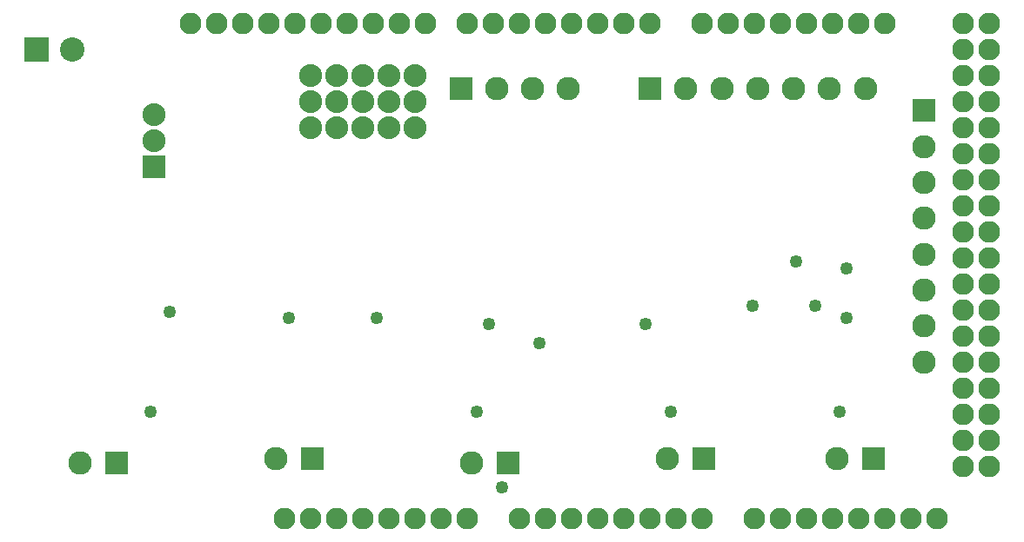
<source format=gbs>
G04 MADE WITH FRITZING*
G04 WWW.FRITZING.ORG*
G04 DOUBLE SIDED*
G04 HOLES PLATED*
G04 CONTOUR ON CENTER OF CONTOUR VECTOR*
%ASAXBY*%
%FSLAX23Y23*%
%MOIN*%
%OFA0B0*%
%SFA1.0B1.0*%
%ADD10C,0.049370*%
%ADD11C,0.088000*%
%ADD12C,0.090000*%
%ADD13C,0.082917*%
%ADD14C,0.093307*%
%ADD15R,0.090000X0.090000*%
%ADD16R,0.088000X0.088000*%
%ADD17R,0.093307X0.093307*%
%LNMASK0*%
G90*
G70*
G54D10*
X660Y899D03*
X3252Y1067D03*
X2076Y779D03*
X1932Y227D03*
X1452Y875D03*
X3060Y1091D03*
X1116Y875D03*
X1836Y515D03*
X1884Y851D03*
X2580Y515D03*
X2484Y851D03*
X3228Y515D03*
X3252Y875D03*
X588Y515D03*
X2892Y923D03*
X3132Y923D03*
G54D11*
X1500Y1807D03*
X1500Y1707D03*
X1500Y1607D03*
X1200Y1807D03*
X1200Y1707D03*
X1200Y1607D03*
X1300Y1807D03*
X1300Y1707D03*
X1300Y1607D03*
X1400Y1807D03*
X1400Y1707D03*
X1400Y1607D03*
X1600Y1807D03*
X1600Y1707D03*
X1600Y1607D03*
G54D12*
X3550Y1671D03*
X3550Y1534D03*
X3550Y1396D03*
X3550Y1258D03*
X3550Y1120D03*
X3550Y982D03*
X3550Y845D03*
X3550Y707D03*
X1775Y1757D03*
X1912Y1757D03*
X2050Y1757D03*
X2188Y1757D03*
G54D11*
X600Y1457D03*
X600Y1557D03*
X600Y1657D03*
G54D13*
X3000Y107D03*
X1400Y107D03*
X3100Y107D03*
X3200Y107D03*
X3300Y107D03*
X3400Y107D03*
X3700Y1507D03*
X3500Y107D03*
X3600Y107D03*
X1440Y2007D03*
X2000Y107D03*
X2100Y107D03*
X2200Y107D03*
X2300Y107D03*
X3700Y707D03*
X2400Y107D03*
X2500Y107D03*
X2600Y107D03*
X2700Y107D03*
X2200Y2007D03*
X3700Y1907D03*
X3700Y1107D03*
X3700Y307D03*
X1040Y2007D03*
X1800Y107D03*
X1800Y2007D03*
X3700Y1707D03*
X3700Y1307D03*
X3700Y907D03*
X3400Y2007D03*
X3700Y507D03*
X3300Y2007D03*
X3200Y2007D03*
X3100Y2007D03*
X3000Y2007D03*
X2900Y2007D03*
X2800Y2007D03*
X2700Y2007D03*
X840Y2007D03*
X1240Y2007D03*
X1640Y2007D03*
X1200Y107D03*
X1600Y107D03*
X2400Y2007D03*
X2000Y2007D03*
X3700Y2007D03*
X3700Y1807D03*
X3700Y1607D03*
X3700Y1407D03*
X3700Y1207D03*
X3700Y1007D03*
X3700Y807D03*
X3700Y607D03*
X3700Y407D03*
X740Y2007D03*
X940Y2007D03*
X1140Y2007D03*
X1340Y2007D03*
X1540Y2007D03*
X1100Y107D03*
X1300Y107D03*
X1500Y107D03*
X1700Y107D03*
X2500Y2007D03*
X2300Y2007D03*
X2100Y2007D03*
X1900Y2007D03*
X3800Y2007D03*
X3800Y1907D03*
X3800Y1807D03*
X3800Y1707D03*
X3800Y1607D03*
X3800Y1507D03*
X3800Y1407D03*
X3800Y1307D03*
X3800Y1207D03*
X3800Y1107D03*
X3800Y1007D03*
X3800Y907D03*
X3800Y807D03*
X3800Y707D03*
X3800Y607D03*
X3800Y507D03*
X3800Y407D03*
X3800Y307D03*
X2900Y107D03*
G54D12*
X2499Y1757D03*
X2637Y1757D03*
X2775Y1757D03*
X2912Y1757D03*
X3050Y1757D03*
X3188Y1757D03*
X3326Y1757D03*
G54D14*
X150Y1907D03*
X288Y1907D03*
G54D12*
X3355Y337D03*
X3218Y337D03*
X2705Y337D03*
X2568Y337D03*
X1955Y320D03*
X1818Y320D03*
X1205Y337D03*
X1068Y337D03*
X455Y320D03*
X318Y320D03*
G54D15*
X3550Y1671D03*
X1775Y1757D03*
G54D16*
X600Y1457D03*
G54D15*
X2499Y1757D03*
G54D17*
X150Y1907D03*
G54D15*
X3355Y337D03*
X2705Y337D03*
X1955Y320D03*
X1205Y337D03*
X455Y320D03*
G04 End of Mask0*
M02*
</source>
